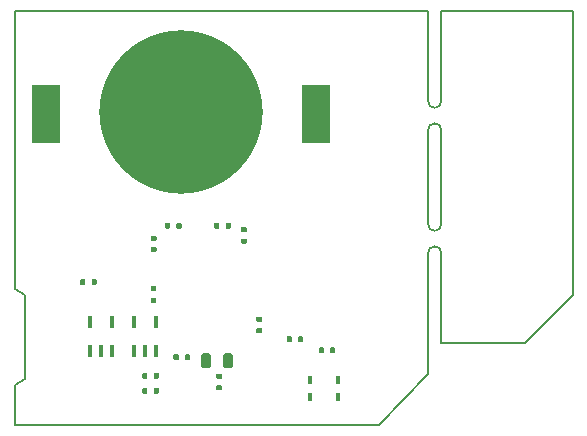
<source format=gbr>
%TF.GenerationSoftware,KiCad,Pcbnew,(6.0.0-rc1-dev-1614-ge850a482d)*%
%TF.CreationDate,2019-02-15T08:23:25-08:00*%
%TF.ProjectId,spriteSAMD,73707269-7465-4534-914d-442e6b696361,rev?*%
%TF.SameCoordinates,Original*%
%TF.FileFunction,Paste,Bot*%
%TF.FilePolarity,Positive*%
%FSLAX46Y46*%
G04 Gerber Fmt 4.6, Leading zero omitted, Abs format (unit mm)*
G04 Created by KiCad (PCBNEW (6.0.0-rc1-dev-1614-ge850a482d)) date 2019-02-15 08:23:25*
%MOMM*%
%LPD*%
G04 APERTURE LIST*
%ADD10C,0.150000*%
%ADD11R,0.347600X0.672600*%
%ADD12C,0.097600*%
%ADD13R,2.387600X4.927600*%
%ADD14C,13.847600*%
%ADD15C,0.100000*%
%ADD16C,0.822600*%
%ADD17C,0.437600*%
%ADD18R,0.406400X1.117600*%
%ADD19R,0.117600X0.597600*%
%ADD20R,0.597600X0.117600*%
G04 APERTURE END LIST*
D10*
X116701044Y-84099400D02*
G75*
G02X117842556Y-84099400I570756J0D01*
G01*
X117842556Y-81635600D02*
G75*
G02X116701044Y-81635600I-570756J0D01*
G01*
X116701044Y-94513400D02*
G75*
G02X117842556Y-94513400I570756J0D01*
G01*
X117842556Y-92049600D02*
G75*
G02X116701044Y-92049600I-570756J0D01*
G01*
X116700300Y-104775000D02*
X112522000Y-109041600D01*
X117843300Y-84099400D02*
X117843300Y-92049600D01*
X117843300Y-74041000D02*
X117843300Y-81610200D01*
X117843300Y-94513400D02*
X117843300Y-102108000D01*
X116700300Y-104775000D02*
X116700300Y-94538800D01*
X116700300Y-92024200D02*
X116700300Y-84124800D01*
X116700300Y-81635600D02*
X116700300Y-74041000D01*
X124891800Y-102108000D02*
X117856000Y-102108000D01*
X128955800Y-98044000D02*
X124891800Y-102108000D01*
X128955800Y-74041600D02*
X128955800Y-98044000D01*
X117843300Y-74041000D02*
X128955800Y-74041000D01*
X82550000Y-98044000D02*
X81725100Y-97536000D01*
X82550000Y-105156000D02*
X81725100Y-105664000D01*
X81725100Y-105664000D02*
X81725100Y-109041600D01*
X82550000Y-98044000D02*
X82550000Y-105156000D01*
X81725100Y-109041600D02*
X112522000Y-109041600D01*
X116700300Y-74041600D02*
X81725100Y-74041600D01*
X81725100Y-74041600D02*
X81725100Y-97536000D01*
D11*
X109049200Y-106681300D03*
X106749200Y-106681300D03*
X106749200Y-105256300D03*
X109049200Y-105256300D03*
D12*
X91850280Y-95461800D03*
X91850280Y-95961800D03*
X91850280Y-96461800D03*
X91850280Y-96961800D03*
X91850280Y-97461800D03*
X91850280Y-97961800D03*
X91850280Y-98461800D03*
X91350280Y-95461800D03*
X91350280Y-95961800D03*
X91350280Y-96461800D03*
X91350280Y-96961800D03*
X91350280Y-97461800D03*
X91350280Y-97961800D03*
X91350280Y-98461800D03*
X90850280Y-95461800D03*
X90850280Y-95961800D03*
X90850280Y-96461800D03*
X90850280Y-96961800D03*
X90850280Y-97461800D03*
X90850280Y-97961800D03*
X90850280Y-98461800D03*
X90350280Y-95461800D03*
X90350280Y-95961800D03*
X90350280Y-96461800D03*
X90350280Y-96961800D03*
X90350280Y-97461800D03*
X90350280Y-97961800D03*
X90350280Y-98461800D03*
D13*
X84328000Y-82727800D03*
X107188000Y-82727800D03*
D14*
X95758000Y-82600800D03*
D15*
G36*
X98122007Y-103009190D02*
G01*
X98141970Y-103012152D01*
X98161547Y-103017055D01*
X98180549Y-103023854D01*
X98198793Y-103032483D01*
X98216103Y-103042858D01*
X98232313Y-103054880D01*
X98247267Y-103068433D01*
X98260820Y-103083387D01*
X98272842Y-103099597D01*
X98283217Y-103116907D01*
X98291846Y-103135151D01*
X98298645Y-103154153D01*
X98303548Y-103173730D01*
X98306510Y-103193693D01*
X98307500Y-103213850D01*
X98307500Y-104050150D01*
X98306510Y-104070307D01*
X98303548Y-104090270D01*
X98298645Y-104109847D01*
X98291846Y-104128849D01*
X98283217Y-104147093D01*
X98272842Y-104164403D01*
X98260820Y-104180613D01*
X98247267Y-104195567D01*
X98232313Y-104209120D01*
X98216103Y-104221142D01*
X98198793Y-104231517D01*
X98180549Y-104240146D01*
X98161547Y-104246945D01*
X98141970Y-104251848D01*
X98122007Y-104254810D01*
X98101850Y-104255800D01*
X97690550Y-104255800D01*
X97670393Y-104254810D01*
X97650430Y-104251848D01*
X97630853Y-104246945D01*
X97611851Y-104240146D01*
X97593607Y-104231517D01*
X97576297Y-104221142D01*
X97560087Y-104209120D01*
X97545133Y-104195567D01*
X97531580Y-104180613D01*
X97519558Y-104164403D01*
X97509183Y-104147093D01*
X97500554Y-104128849D01*
X97493755Y-104109847D01*
X97488852Y-104090270D01*
X97485890Y-104070307D01*
X97484900Y-104050150D01*
X97484900Y-103213850D01*
X97485890Y-103193693D01*
X97488852Y-103173730D01*
X97493755Y-103154153D01*
X97500554Y-103135151D01*
X97509183Y-103116907D01*
X97519558Y-103099597D01*
X97531580Y-103083387D01*
X97545133Y-103068433D01*
X97560087Y-103054880D01*
X97576297Y-103042858D01*
X97593607Y-103032483D01*
X97611851Y-103023854D01*
X97630853Y-103017055D01*
X97650430Y-103012152D01*
X97670393Y-103009190D01*
X97690550Y-103008200D01*
X98101850Y-103008200D01*
X98122007Y-103009190D01*
X98122007Y-103009190D01*
G37*
D16*
X97896200Y-103632000D03*
D15*
G36*
X99997007Y-103009190D02*
G01*
X100016970Y-103012152D01*
X100036547Y-103017055D01*
X100055549Y-103023854D01*
X100073793Y-103032483D01*
X100091103Y-103042858D01*
X100107313Y-103054880D01*
X100122267Y-103068433D01*
X100135820Y-103083387D01*
X100147842Y-103099597D01*
X100158217Y-103116907D01*
X100166846Y-103135151D01*
X100173645Y-103154153D01*
X100178548Y-103173730D01*
X100181510Y-103193693D01*
X100182500Y-103213850D01*
X100182500Y-104050150D01*
X100181510Y-104070307D01*
X100178548Y-104090270D01*
X100173645Y-104109847D01*
X100166846Y-104128849D01*
X100158217Y-104147093D01*
X100147842Y-104164403D01*
X100135820Y-104180613D01*
X100122267Y-104195567D01*
X100107313Y-104209120D01*
X100091103Y-104221142D01*
X100073793Y-104231517D01*
X100055549Y-104240146D01*
X100036547Y-104246945D01*
X100016970Y-104251848D01*
X99997007Y-104254810D01*
X99976850Y-104255800D01*
X99565550Y-104255800D01*
X99545393Y-104254810D01*
X99525430Y-104251848D01*
X99505853Y-104246945D01*
X99486851Y-104240146D01*
X99468607Y-104231517D01*
X99451297Y-104221142D01*
X99435087Y-104209120D01*
X99420133Y-104195567D01*
X99406580Y-104180613D01*
X99394558Y-104164403D01*
X99384183Y-104147093D01*
X99375554Y-104128849D01*
X99368755Y-104109847D01*
X99363852Y-104090270D01*
X99360890Y-104070307D01*
X99359900Y-104050150D01*
X99359900Y-103213850D01*
X99360890Y-103193693D01*
X99363852Y-103173730D01*
X99368755Y-103154153D01*
X99375554Y-103135151D01*
X99384183Y-103116907D01*
X99394558Y-103099597D01*
X99406580Y-103083387D01*
X99420133Y-103068433D01*
X99435087Y-103054880D01*
X99451297Y-103042858D01*
X99468607Y-103032483D01*
X99486851Y-103023854D01*
X99505853Y-103017055D01*
X99525430Y-103012152D01*
X99545393Y-103009190D01*
X99565550Y-103008200D01*
X99976850Y-103008200D01*
X99997007Y-103009190D01*
X99997007Y-103009190D01*
G37*
D16*
X99771200Y-103632000D03*
D15*
G36*
X88555163Y-96718687D02*
G01*
X88565783Y-96720262D01*
X88576197Y-96722871D01*
X88586306Y-96726488D01*
X88596011Y-96731078D01*
X88605219Y-96736597D01*
X88613843Y-96742993D01*
X88621797Y-96750203D01*
X88629007Y-96758157D01*
X88635403Y-96766781D01*
X88640922Y-96775989D01*
X88645512Y-96785694D01*
X88649129Y-96795803D01*
X88651738Y-96806217D01*
X88653313Y-96816837D01*
X88653840Y-96827560D01*
X88653840Y-97096360D01*
X88653313Y-97107083D01*
X88651738Y-97117703D01*
X88649129Y-97128117D01*
X88645512Y-97138226D01*
X88640922Y-97147931D01*
X88635403Y-97157139D01*
X88629007Y-97165763D01*
X88621797Y-97173717D01*
X88613843Y-97180927D01*
X88605219Y-97187323D01*
X88596011Y-97192842D01*
X88586306Y-97197432D01*
X88576197Y-97201049D01*
X88565783Y-97203658D01*
X88555163Y-97205233D01*
X88544440Y-97205760D01*
X88325640Y-97205760D01*
X88314917Y-97205233D01*
X88304297Y-97203658D01*
X88293883Y-97201049D01*
X88283774Y-97197432D01*
X88274069Y-97192842D01*
X88264861Y-97187323D01*
X88256237Y-97180927D01*
X88248283Y-97173717D01*
X88241073Y-97165763D01*
X88234677Y-97157139D01*
X88229158Y-97147931D01*
X88224568Y-97138226D01*
X88220951Y-97128117D01*
X88218342Y-97117703D01*
X88216767Y-97107083D01*
X88216240Y-97096360D01*
X88216240Y-96827560D01*
X88216767Y-96816837D01*
X88218342Y-96806217D01*
X88220951Y-96795803D01*
X88224568Y-96785694D01*
X88229158Y-96775989D01*
X88234677Y-96766781D01*
X88241073Y-96758157D01*
X88248283Y-96750203D01*
X88256237Y-96742993D01*
X88264861Y-96736597D01*
X88274069Y-96731078D01*
X88283774Y-96726488D01*
X88293883Y-96722871D01*
X88304297Y-96720262D01*
X88314917Y-96718687D01*
X88325640Y-96718160D01*
X88544440Y-96718160D01*
X88555163Y-96718687D01*
X88555163Y-96718687D01*
G37*
D17*
X88435040Y-96961960D03*
D15*
G36*
X87585163Y-96718687D02*
G01*
X87595783Y-96720262D01*
X87606197Y-96722871D01*
X87616306Y-96726488D01*
X87626011Y-96731078D01*
X87635219Y-96736597D01*
X87643843Y-96742993D01*
X87651797Y-96750203D01*
X87659007Y-96758157D01*
X87665403Y-96766781D01*
X87670922Y-96775989D01*
X87675512Y-96785694D01*
X87679129Y-96795803D01*
X87681738Y-96806217D01*
X87683313Y-96816837D01*
X87683840Y-96827560D01*
X87683840Y-97096360D01*
X87683313Y-97107083D01*
X87681738Y-97117703D01*
X87679129Y-97128117D01*
X87675512Y-97138226D01*
X87670922Y-97147931D01*
X87665403Y-97157139D01*
X87659007Y-97165763D01*
X87651797Y-97173717D01*
X87643843Y-97180927D01*
X87635219Y-97187323D01*
X87626011Y-97192842D01*
X87616306Y-97197432D01*
X87606197Y-97201049D01*
X87595783Y-97203658D01*
X87585163Y-97205233D01*
X87574440Y-97205760D01*
X87355640Y-97205760D01*
X87344917Y-97205233D01*
X87334297Y-97203658D01*
X87323883Y-97201049D01*
X87313774Y-97197432D01*
X87304069Y-97192842D01*
X87294861Y-97187323D01*
X87286237Y-97180927D01*
X87278283Y-97173717D01*
X87271073Y-97165763D01*
X87264677Y-97157139D01*
X87259158Y-97147931D01*
X87254568Y-97138226D01*
X87250951Y-97128117D01*
X87248342Y-97117703D01*
X87246767Y-97107083D01*
X87246240Y-97096360D01*
X87246240Y-96827560D01*
X87246767Y-96816837D01*
X87248342Y-96806217D01*
X87250951Y-96795803D01*
X87254568Y-96785694D01*
X87259158Y-96775989D01*
X87264677Y-96766781D01*
X87271073Y-96758157D01*
X87278283Y-96750203D01*
X87286237Y-96742993D01*
X87294861Y-96736597D01*
X87304069Y-96731078D01*
X87313774Y-96726488D01*
X87323883Y-96722871D01*
X87334297Y-96720262D01*
X87344917Y-96718687D01*
X87355640Y-96718160D01*
X87574440Y-96718160D01*
X87585163Y-96718687D01*
X87585163Y-96718687D01*
G37*
D17*
X87465040Y-96961960D03*
D15*
G36*
X93823123Y-104658727D02*
G01*
X93833743Y-104660302D01*
X93844157Y-104662911D01*
X93854266Y-104666528D01*
X93863971Y-104671118D01*
X93873179Y-104676637D01*
X93881803Y-104683033D01*
X93889757Y-104690243D01*
X93896967Y-104698197D01*
X93903363Y-104706821D01*
X93908882Y-104716029D01*
X93913472Y-104725734D01*
X93917089Y-104735843D01*
X93919698Y-104746257D01*
X93921273Y-104756877D01*
X93921800Y-104767600D01*
X93921800Y-105036400D01*
X93921273Y-105047123D01*
X93919698Y-105057743D01*
X93917089Y-105068157D01*
X93913472Y-105078266D01*
X93908882Y-105087971D01*
X93903363Y-105097179D01*
X93896967Y-105105803D01*
X93889757Y-105113757D01*
X93881803Y-105120967D01*
X93873179Y-105127363D01*
X93863971Y-105132882D01*
X93854266Y-105137472D01*
X93844157Y-105141089D01*
X93833743Y-105143698D01*
X93823123Y-105145273D01*
X93812400Y-105145800D01*
X93593600Y-105145800D01*
X93582877Y-105145273D01*
X93572257Y-105143698D01*
X93561843Y-105141089D01*
X93551734Y-105137472D01*
X93542029Y-105132882D01*
X93532821Y-105127363D01*
X93524197Y-105120967D01*
X93516243Y-105113757D01*
X93509033Y-105105803D01*
X93502637Y-105097179D01*
X93497118Y-105087971D01*
X93492528Y-105078266D01*
X93488911Y-105068157D01*
X93486302Y-105057743D01*
X93484727Y-105047123D01*
X93484200Y-105036400D01*
X93484200Y-104767600D01*
X93484727Y-104756877D01*
X93486302Y-104746257D01*
X93488911Y-104735843D01*
X93492528Y-104725734D01*
X93497118Y-104716029D01*
X93502637Y-104706821D01*
X93509033Y-104698197D01*
X93516243Y-104690243D01*
X93524197Y-104683033D01*
X93532821Y-104676637D01*
X93542029Y-104671118D01*
X93551734Y-104666528D01*
X93561843Y-104662911D01*
X93572257Y-104660302D01*
X93582877Y-104658727D01*
X93593600Y-104658200D01*
X93812400Y-104658200D01*
X93823123Y-104658727D01*
X93823123Y-104658727D01*
G37*
D17*
X93703000Y-104902000D03*
D15*
G36*
X92853123Y-104658727D02*
G01*
X92863743Y-104660302D01*
X92874157Y-104662911D01*
X92884266Y-104666528D01*
X92893971Y-104671118D01*
X92903179Y-104676637D01*
X92911803Y-104683033D01*
X92919757Y-104690243D01*
X92926967Y-104698197D01*
X92933363Y-104706821D01*
X92938882Y-104716029D01*
X92943472Y-104725734D01*
X92947089Y-104735843D01*
X92949698Y-104746257D01*
X92951273Y-104756877D01*
X92951800Y-104767600D01*
X92951800Y-105036400D01*
X92951273Y-105047123D01*
X92949698Y-105057743D01*
X92947089Y-105068157D01*
X92943472Y-105078266D01*
X92938882Y-105087971D01*
X92933363Y-105097179D01*
X92926967Y-105105803D01*
X92919757Y-105113757D01*
X92911803Y-105120967D01*
X92903179Y-105127363D01*
X92893971Y-105132882D01*
X92884266Y-105137472D01*
X92874157Y-105141089D01*
X92863743Y-105143698D01*
X92853123Y-105145273D01*
X92842400Y-105145800D01*
X92623600Y-105145800D01*
X92612877Y-105145273D01*
X92602257Y-105143698D01*
X92591843Y-105141089D01*
X92581734Y-105137472D01*
X92572029Y-105132882D01*
X92562821Y-105127363D01*
X92554197Y-105120967D01*
X92546243Y-105113757D01*
X92539033Y-105105803D01*
X92532637Y-105097179D01*
X92527118Y-105087971D01*
X92522528Y-105078266D01*
X92518911Y-105068157D01*
X92516302Y-105057743D01*
X92514727Y-105047123D01*
X92514200Y-105036400D01*
X92514200Y-104767600D01*
X92514727Y-104756877D01*
X92516302Y-104746257D01*
X92518911Y-104735843D01*
X92522528Y-104725734D01*
X92527118Y-104716029D01*
X92532637Y-104706821D01*
X92539033Y-104698197D01*
X92546243Y-104690243D01*
X92554197Y-104683033D01*
X92562821Y-104676637D01*
X92572029Y-104671118D01*
X92581734Y-104666528D01*
X92591843Y-104662911D01*
X92602257Y-104660302D01*
X92612877Y-104658727D01*
X92623600Y-104658200D01*
X92842400Y-104658200D01*
X92853123Y-104658727D01*
X92853123Y-104658727D01*
G37*
D17*
X92733000Y-104902000D03*
D15*
G36*
X92853123Y-105928727D02*
G01*
X92863743Y-105930302D01*
X92874157Y-105932911D01*
X92884266Y-105936528D01*
X92893971Y-105941118D01*
X92903179Y-105946637D01*
X92911803Y-105953033D01*
X92919757Y-105960243D01*
X92926967Y-105968197D01*
X92933363Y-105976821D01*
X92938882Y-105986029D01*
X92943472Y-105995734D01*
X92947089Y-106005843D01*
X92949698Y-106016257D01*
X92951273Y-106026877D01*
X92951800Y-106037600D01*
X92951800Y-106306400D01*
X92951273Y-106317123D01*
X92949698Y-106327743D01*
X92947089Y-106338157D01*
X92943472Y-106348266D01*
X92938882Y-106357971D01*
X92933363Y-106367179D01*
X92926967Y-106375803D01*
X92919757Y-106383757D01*
X92911803Y-106390967D01*
X92903179Y-106397363D01*
X92893971Y-106402882D01*
X92884266Y-106407472D01*
X92874157Y-106411089D01*
X92863743Y-106413698D01*
X92853123Y-106415273D01*
X92842400Y-106415800D01*
X92623600Y-106415800D01*
X92612877Y-106415273D01*
X92602257Y-106413698D01*
X92591843Y-106411089D01*
X92581734Y-106407472D01*
X92572029Y-106402882D01*
X92562821Y-106397363D01*
X92554197Y-106390967D01*
X92546243Y-106383757D01*
X92539033Y-106375803D01*
X92532637Y-106367179D01*
X92527118Y-106357971D01*
X92522528Y-106348266D01*
X92518911Y-106338157D01*
X92516302Y-106327743D01*
X92514727Y-106317123D01*
X92514200Y-106306400D01*
X92514200Y-106037600D01*
X92514727Y-106026877D01*
X92516302Y-106016257D01*
X92518911Y-106005843D01*
X92522528Y-105995734D01*
X92527118Y-105986029D01*
X92532637Y-105976821D01*
X92539033Y-105968197D01*
X92546243Y-105960243D01*
X92554197Y-105953033D01*
X92562821Y-105946637D01*
X92572029Y-105941118D01*
X92581734Y-105936528D01*
X92591843Y-105932911D01*
X92602257Y-105930302D01*
X92612877Y-105928727D01*
X92623600Y-105928200D01*
X92842400Y-105928200D01*
X92853123Y-105928727D01*
X92853123Y-105928727D01*
G37*
D17*
X92733000Y-106172000D03*
D15*
G36*
X93823123Y-105928727D02*
G01*
X93833743Y-105930302D01*
X93844157Y-105932911D01*
X93854266Y-105936528D01*
X93863971Y-105941118D01*
X93873179Y-105946637D01*
X93881803Y-105953033D01*
X93889757Y-105960243D01*
X93896967Y-105968197D01*
X93903363Y-105976821D01*
X93908882Y-105986029D01*
X93913472Y-105995734D01*
X93917089Y-106005843D01*
X93919698Y-106016257D01*
X93921273Y-106026877D01*
X93921800Y-106037600D01*
X93921800Y-106306400D01*
X93921273Y-106317123D01*
X93919698Y-106327743D01*
X93917089Y-106338157D01*
X93913472Y-106348266D01*
X93908882Y-106357971D01*
X93903363Y-106367179D01*
X93896967Y-106375803D01*
X93889757Y-106383757D01*
X93881803Y-106390967D01*
X93873179Y-106397363D01*
X93863971Y-106402882D01*
X93854266Y-106407472D01*
X93844157Y-106411089D01*
X93833743Y-106413698D01*
X93823123Y-106415273D01*
X93812400Y-106415800D01*
X93593600Y-106415800D01*
X93582877Y-106415273D01*
X93572257Y-106413698D01*
X93561843Y-106411089D01*
X93551734Y-106407472D01*
X93542029Y-106402882D01*
X93532821Y-106397363D01*
X93524197Y-106390967D01*
X93516243Y-106383757D01*
X93509033Y-106375803D01*
X93502637Y-106367179D01*
X93497118Y-106357971D01*
X93492528Y-106348266D01*
X93488911Y-106338157D01*
X93486302Y-106327743D01*
X93484727Y-106317123D01*
X93484200Y-106306400D01*
X93484200Y-106037600D01*
X93484727Y-106026877D01*
X93486302Y-106016257D01*
X93488911Y-106005843D01*
X93492528Y-105995734D01*
X93497118Y-105986029D01*
X93502637Y-105976821D01*
X93509033Y-105968197D01*
X93516243Y-105960243D01*
X93524197Y-105953033D01*
X93532821Y-105946637D01*
X93542029Y-105941118D01*
X93551734Y-105936528D01*
X93561843Y-105932911D01*
X93572257Y-105930302D01*
X93582877Y-105928727D01*
X93593600Y-105928200D01*
X93812400Y-105928200D01*
X93823123Y-105928727D01*
X93823123Y-105928727D01*
G37*
D17*
X93703000Y-106172000D03*
D18*
X93687900Y-102819200D03*
X92735400Y-102819200D03*
X91782900Y-102819200D03*
X91782900Y-100380800D03*
X93687900Y-100380800D03*
X89961720Y-102819200D03*
X89009220Y-102819200D03*
X88056720Y-102819200D03*
X88056720Y-100380800D03*
X89961720Y-100380800D03*
D15*
G36*
X93599343Y-98280247D02*
G01*
X93609963Y-98281822D01*
X93620377Y-98284431D01*
X93630486Y-98288048D01*
X93640191Y-98292638D01*
X93649399Y-98298157D01*
X93658023Y-98304553D01*
X93665977Y-98311763D01*
X93673187Y-98319717D01*
X93679583Y-98328341D01*
X93685102Y-98337549D01*
X93689692Y-98347254D01*
X93693309Y-98357363D01*
X93695918Y-98367777D01*
X93697493Y-98378397D01*
X93698020Y-98389120D01*
X93698020Y-98607920D01*
X93697493Y-98618643D01*
X93695918Y-98629263D01*
X93693309Y-98639677D01*
X93689692Y-98649786D01*
X93685102Y-98659491D01*
X93679583Y-98668699D01*
X93673187Y-98677323D01*
X93665977Y-98685277D01*
X93658023Y-98692487D01*
X93649399Y-98698883D01*
X93640191Y-98704402D01*
X93630486Y-98708992D01*
X93620377Y-98712609D01*
X93609963Y-98715218D01*
X93599343Y-98716793D01*
X93588620Y-98717320D01*
X93319820Y-98717320D01*
X93309097Y-98716793D01*
X93298477Y-98715218D01*
X93288063Y-98712609D01*
X93277954Y-98708992D01*
X93268249Y-98704402D01*
X93259041Y-98698883D01*
X93250417Y-98692487D01*
X93242463Y-98685277D01*
X93235253Y-98677323D01*
X93228857Y-98668699D01*
X93223338Y-98659491D01*
X93218748Y-98649786D01*
X93215131Y-98639677D01*
X93212522Y-98629263D01*
X93210947Y-98618643D01*
X93210420Y-98607920D01*
X93210420Y-98389120D01*
X93210947Y-98378397D01*
X93212522Y-98367777D01*
X93215131Y-98357363D01*
X93218748Y-98347254D01*
X93223338Y-98337549D01*
X93228857Y-98328341D01*
X93235253Y-98319717D01*
X93242463Y-98311763D01*
X93250417Y-98304553D01*
X93259041Y-98298157D01*
X93268249Y-98292638D01*
X93277954Y-98288048D01*
X93288063Y-98284431D01*
X93298477Y-98281822D01*
X93309097Y-98280247D01*
X93319820Y-98279720D01*
X93588620Y-98279720D01*
X93599343Y-98280247D01*
X93599343Y-98280247D01*
G37*
D17*
X93454220Y-98498520D03*
D15*
G36*
X93599343Y-97310247D02*
G01*
X93609963Y-97311822D01*
X93620377Y-97314431D01*
X93630486Y-97318048D01*
X93640191Y-97322638D01*
X93649399Y-97328157D01*
X93658023Y-97334553D01*
X93665977Y-97341763D01*
X93673187Y-97349717D01*
X93679583Y-97358341D01*
X93685102Y-97367549D01*
X93689692Y-97377254D01*
X93693309Y-97387363D01*
X93695918Y-97397777D01*
X93697493Y-97408397D01*
X93698020Y-97419120D01*
X93698020Y-97637920D01*
X93697493Y-97648643D01*
X93695918Y-97659263D01*
X93693309Y-97669677D01*
X93689692Y-97679786D01*
X93685102Y-97689491D01*
X93679583Y-97698699D01*
X93673187Y-97707323D01*
X93665977Y-97715277D01*
X93658023Y-97722487D01*
X93649399Y-97728883D01*
X93640191Y-97734402D01*
X93630486Y-97738992D01*
X93620377Y-97742609D01*
X93609963Y-97745218D01*
X93599343Y-97746793D01*
X93588620Y-97747320D01*
X93319820Y-97747320D01*
X93309097Y-97746793D01*
X93298477Y-97745218D01*
X93288063Y-97742609D01*
X93277954Y-97738992D01*
X93268249Y-97734402D01*
X93259041Y-97728883D01*
X93250417Y-97722487D01*
X93242463Y-97715277D01*
X93235253Y-97707323D01*
X93228857Y-97698699D01*
X93223338Y-97689491D01*
X93218748Y-97679786D01*
X93215131Y-97669677D01*
X93212522Y-97659263D01*
X93210947Y-97648643D01*
X93210420Y-97637920D01*
X93210420Y-97419120D01*
X93210947Y-97408397D01*
X93212522Y-97397777D01*
X93215131Y-97387363D01*
X93218748Y-97377254D01*
X93223338Y-97367549D01*
X93228857Y-97358341D01*
X93235253Y-97349717D01*
X93242463Y-97341763D01*
X93250417Y-97334553D01*
X93259041Y-97328157D01*
X93268249Y-97322638D01*
X93277954Y-97318048D01*
X93288063Y-97314431D01*
X93298477Y-97311822D01*
X93309097Y-97310247D01*
X93319820Y-97309720D01*
X93588620Y-97309720D01*
X93599343Y-97310247D01*
X93599343Y-97310247D01*
G37*
D17*
X93454220Y-97528520D03*
D15*
G36*
X99154323Y-104719427D02*
G01*
X99164943Y-104721002D01*
X99175357Y-104723611D01*
X99185466Y-104727228D01*
X99195171Y-104731818D01*
X99204379Y-104737337D01*
X99213003Y-104743733D01*
X99220957Y-104750943D01*
X99228167Y-104758897D01*
X99234563Y-104767521D01*
X99240082Y-104776729D01*
X99244672Y-104786434D01*
X99248289Y-104796543D01*
X99250898Y-104806957D01*
X99252473Y-104817577D01*
X99253000Y-104828300D01*
X99253000Y-105047100D01*
X99252473Y-105057823D01*
X99250898Y-105068443D01*
X99248289Y-105078857D01*
X99244672Y-105088966D01*
X99240082Y-105098671D01*
X99234563Y-105107879D01*
X99228167Y-105116503D01*
X99220957Y-105124457D01*
X99213003Y-105131667D01*
X99204379Y-105138063D01*
X99195171Y-105143582D01*
X99185466Y-105148172D01*
X99175357Y-105151789D01*
X99164943Y-105154398D01*
X99154323Y-105155973D01*
X99143600Y-105156500D01*
X98874800Y-105156500D01*
X98864077Y-105155973D01*
X98853457Y-105154398D01*
X98843043Y-105151789D01*
X98832934Y-105148172D01*
X98823229Y-105143582D01*
X98814021Y-105138063D01*
X98805397Y-105131667D01*
X98797443Y-105124457D01*
X98790233Y-105116503D01*
X98783837Y-105107879D01*
X98778318Y-105098671D01*
X98773728Y-105088966D01*
X98770111Y-105078857D01*
X98767502Y-105068443D01*
X98765927Y-105057823D01*
X98765400Y-105047100D01*
X98765400Y-104828300D01*
X98765927Y-104817577D01*
X98767502Y-104806957D01*
X98770111Y-104796543D01*
X98773728Y-104786434D01*
X98778318Y-104776729D01*
X98783837Y-104767521D01*
X98790233Y-104758897D01*
X98797443Y-104750943D01*
X98805397Y-104743733D01*
X98814021Y-104737337D01*
X98823229Y-104731818D01*
X98832934Y-104727228D01*
X98843043Y-104723611D01*
X98853457Y-104721002D01*
X98864077Y-104719427D01*
X98874800Y-104718900D01*
X99143600Y-104718900D01*
X99154323Y-104719427D01*
X99154323Y-104719427D01*
G37*
D17*
X99009200Y-104937700D03*
D15*
G36*
X99154323Y-105689427D02*
G01*
X99164943Y-105691002D01*
X99175357Y-105693611D01*
X99185466Y-105697228D01*
X99195171Y-105701818D01*
X99204379Y-105707337D01*
X99213003Y-105713733D01*
X99220957Y-105720943D01*
X99228167Y-105728897D01*
X99234563Y-105737521D01*
X99240082Y-105746729D01*
X99244672Y-105756434D01*
X99248289Y-105766543D01*
X99250898Y-105776957D01*
X99252473Y-105787577D01*
X99253000Y-105798300D01*
X99253000Y-106017100D01*
X99252473Y-106027823D01*
X99250898Y-106038443D01*
X99248289Y-106048857D01*
X99244672Y-106058966D01*
X99240082Y-106068671D01*
X99234563Y-106077879D01*
X99228167Y-106086503D01*
X99220957Y-106094457D01*
X99213003Y-106101667D01*
X99204379Y-106108063D01*
X99195171Y-106113582D01*
X99185466Y-106118172D01*
X99175357Y-106121789D01*
X99164943Y-106124398D01*
X99154323Y-106125973D01*
X99143600Y-106126500D01*
X98874800Y-106126500D01*
X98864077Y-106125973D01*
X98853457Y-106124398D01*
X98843043Y-106121789D01*
X98832934Y-106118172D01*
X98823229Y-106113582D01*
X98814021Y-106108063D01*
X98805397Y-106101667D01*
X98797443Y-106094457D01*
X98790233Y-106086503D01*
X98783837Y-106077879D01*
X98778318Y-106068671D01*
X98773728Y-106058966D01*
X98770111Y-106048857D01*
X98767502Y-106038443D01*
X98765927Y-106027823D01*
X98765400Y-106017100D01*
X98765400Y-105798300D01*
X98765927Y-105787577D01*
X98767502Y-105776957D01*
X98770111Y-105766543D01*
X98773728Y-105756434D01*
X98778318Y-105746729D01*
X98783837Y-105737521D01*
X98790233Y-105728897D01*
X98797443Y-105720943D01*
X98805397Y-105713733D01*
X98814021Y-105707337D01*
X98823229Y-105701818D01*
X98832934Y-105697228D01*
X98843043Y-105693611D01*
X98853457Y-105691002D01*
X98864077Y-105689427D01*
X98874800Y-105688900D01*
X99143600Y-105688900D01*
X99154323Y-105689427D01*
X99154323Y-105689427D01*
G37*
D17*
X99009200Y-105907700D03*
D15*
G36*
X96459643Y-103091547D02*
G01*
X96470263Y-103093122D01*
X96480677Y-103095731D01*
X96490786Y-103099348D01*
X96500491Y-103103938D01*
X96509699Y-103109457D01*
X96518323Y-103115853D01*
X96526277Y-103123063D01*
X96533487Y-103131017D01*
X96539883Y-103139641D01*
X96545402Y-103148849D01*
X96549992Y-103158554D01*
X96553609Y-103168663D01*
X96556218Y-103179077D01*
X96557793Y-103189697D01*
X96558320Y-103200420D01*
X96558320Y-103469220D01*
X96557793Y-103479943D01*
X96556218Y-103490563D01*
X96553609Y-103500977D01*
X96549992Y-103511086D01*
X96545402Y-103520791D01*
X96539883Y-103529999D01*
X96533487Y-103538623D01*
X96526277Y-103546577D01*
X96518323Y-103553787D01*
X96509699Y-103560183D01*
X96500491Y-103565702D01*
X96490786Y-103570292D01*
X96480677Y-103573909D01*
X96470263Y-103576518D01*
X96459643Y-103578093D01*
X96448920Y-103578620D01*
X96230120Y-103578620D01*
X96219397Y-103578093D01*
X96208777Y-103576518D01*
X96198363Y-103573909D01*
X96188254Y-103570292D01*
X96178549Y-103565702D01*
X96169341Y-103560183D01*
X96160717Y-103553787D01*
X96152763Y-103546577D01*
X96145553Y-103538623D01*
X96139157Y-103529999D01*
X96133638Y-103520791D01*
X96129048Y-103511086D01*
X96125431Y-103500977D01*
X96122822Y-103490563D01*
X96121247Y-103479943D01*
X96120720Y-103469220D01*
X96120720Y-103200420D01*
X96121247Y-103189697D01*
X96122822Y-103179077D01*
X96125431Y-103168663D01*
X96129048Y-103158554D01*
X96133638Y-103148849D01*
X96139157Y-103139641D01*
X96145553Y-103131017D01*
X96152763Y-103123063D01*
X96160717Y-103115853D01*
X96169341Y-103109457D01*
X96178549Y-103103938D01*
X96188254Y-103099348D01*
X96198363Y-103095731D01*
X96208777Y-103093122D01*
X96219397Y-103091547D01*
X96230120Y-103091020D01*
X96448920Y-103091020D01*
X96459643Y-103091547D01*
X96459643Y-103091547D01*
G37*
D17*
X96339520Y-103334820D03*
D15*
G36*
X95489643Y-103091547D02*
G01*
X95500263Y-103093122D01*
X95510677Y-103095731D01*
X95520786Y-103099348D01*
X95530491Y-103103938D01*
X95539699Y-103109457D01*
X95548323Y-103115853D01*
X95556277Y-103123063D01*
X95563487Y-103131017D01*
X95569883Y-103139641D01*
X95575402Y-103148849D01*
X95579992Y-103158554D01*
X95583609Y-103168663D01*
X95586218Y-103179077D01*
X95587793Y-103189697D01*
X95588320Y-103200420D01*
X95588320Y-103469220D01*
X95587793Y-103479943D01*
X95586218Y-103490563D01*
X95583609Y-103500977D01*
X95579992Y-103511086D01*
X95575402Y-103520791D01*
X95569883Y-103529999D01*
X95563487Y-103538623D01*
X95556277Y-103546577D01*
X95548323Y-103553787D01*
X95539699Y-103560183D01*
X95530491Y-103565702D01*
X95520786Y-103570292D01*
X95510677Y-103573909D01*
X95500263Y-103576518D01*
X95489643Y-103578093D01*
X95478920Y-103578620D01*
X95260120Y-103578620D01*
X95249397Y-103578093D01*
X95238777Y-103576518D01*
X95228363Y-103573909D01*
X95218254Y-103570292D01*
X95208549Y-103565702D01*
X95199341Y-103560183D01*
X95190717Y-103553787D01*
X95182763Y-103546577D01*
X95175553Y-103538623D01*
X95169157Y-103529999D01*
X95163638Y-103520791D01*
X95159048Y-103511086D01*
X95155431Y-103500977D01*
X95152822Y-103490563D01*
X95151247Y-103479943D01*
X95150720Y-103469220D01*
X95150720Y-103200420D01*
X95151247Y-103189697D01*
X95152822Y-103179077D01*
X95155431Y-103168663D01*
X95159048Y-103158554D01*
X95163638Y-103148849D01*
X95169157Y-103139641D01*
X95175553Y-103131017D01*
X95182763Y-103123063D01*
X95190717Y-103115853D01*
X95199341Y-103109457D01*
X95208549Y-103103938D01*
X95218254Y-103099348D01*
X95228363Y-103095731D01*
X95238777Y-103093122D01*
X95249397Y-103091547D01*
X95260120Y-103091020D01*
X95478920Y-103091020D01*
X95489643Y-103091547D01*
X95489643Y-103091547D01*
G37*
D17*
X95369520Y-103334820D03*
D15*
G36*
X102557923Y-99880727D02*
G01*
X102568543Y-99882302D01*
X102578957Y-99884911D01*
X102589066Y-99888528D01*
X102598771Y-99893118D01*
X102607979Y-99898637D01*
X102616603Y-99905033D01*
X102624557Y-99912243D01*
X102631767Y-99920197D01*
X102638163Y-99928821D01*
X102643682Y-99938029D01*
X102648272Y-99947734D01*
X102651889Y-99957843D01*
X102654498Y-99968257D01*
X102656073Y-99978877D01*
X102656600Y-99989600D01*
X102656600Y-100208400D01*
X102656073Y-100219123D01*
X102654498Y-100229743D01*
X102651889Y-100240157D01*
X102648272Y-100250266D01*
X102643682Y-100259971D01*
X102638163Y-100269179D01*
X102631767Y-100277803D01*
X102624557Y-100285757D01*
X102616603Y-100292967D01*
X102607979Y-100299363D01*
X102598771Y-100304882D01*
X102589066Y-100309472D01*
X102578957Y-100313089D01*
X102568543Y-100315698D01*
X102557923Y-100317273D01*
X102547200Y-100317800D01*
X102278400Y-100317800D01*
X102267677Y-100317273D01*
X102257057Y-100315698D01*
X102246643Y-100313089D01*
X102236534Y-100309472D01*
X102226829Y-100304882D01*
X102217621Y-100299363D01*
X102208997Y-100292967D01*
X102201043Y-100285757D01*
X102193833Y-100277803D01*
X102187437Y-100269179D01*
X102181918Y-100259971D01*
X102177328Y-100250266D01*
X102173711Y-100240157D01*
X102171102Y-100229743D01*
X102169527Y-100219123D01*
X102169000Y-100208400D01*
X102169000Y-99989600D01*
X102169527Y-99978877D01*
X102171102Y-99968257D01*
X102173711Y-99957843D01*
X102177328Y-99947734D01*
X102181918Y-99938029D01*
X102187437Y-99928821D01*
X102193833Y-99920197D01*
X102201043Y-99912243D01*
X102208997Y-99905033D01*
X102217621Y-99898637D01*
X102226829Y-99893118D01*
X102236534Y-99888528D01*
X102246643Y-99884911D01*
X102257057Y-99882302D01*
X102267677Y-99880727D01*
X102278400Y-99880200D01*
X102547200Y-99880200D01*
X102557923Y-99880727D01*
X102557923Y-99880727D01*
G37*
D17*
X102412800Y-100099000D03*
D15*
G36*
X102557923Y-100850727D02*
G01*
X102568543Y-100852302D01*
X102578957Y-100854911D01*
X102589066Y-100858528D01*
X102598771Y-100863118D01*
X102607979Y-100868637D01*
X102616603Y-100875033D01*
X102624557Y-100882243D01*
X102631767Y-100890197D01*
X102638163Y-100898821D01*
X102643682Y-100908029D01*
X102648272Y-100917734D01*
X102651889Y-100927843D01*
X102654498Y-100938257D01*
X102656073Y-100948877D01*
X102656600Y-100959600D01*
X102656600Y-101178400D01*
X102656073Y-101189123D01*
X102654498Y-101199743D01*
X102651889Y-101210157D01*
X102648272Y-101220266D01*
X102643682Y-101229971D01*
X102638163Y-101239179D01*
X102631767Y-101247803D01*
X102624557Y-101255757D01*
X102616603Y-101262967D01*
X102607979Y-101269363D01*
X102598771Y-101274882D01*
X102589066Y-101279472D01*
X102578957Y-101283089D01*
X102568543Y-101285698D01*
X102557923Y-101287273D01*
X102547200Y-101287800D01*
X102278400Y-101287800D01*
X102267677Y-101287273D01*
X102257057Y-101285698D01*
X102246643Y-101283089D01*
X102236534Y-101279472D01*
X102226829Y-101274882D01*
X102217621Y-101269363D01*
X102208997Y-101262967D01*
X102201043Y-101255757D01*
X102193833Y-101247803D01*
X102187437Y-101239179D01*
X102181918Y-101229971D01*
X102177328Y-101220266D01*
X102173711Y-101210157D01*
X102171102Y-101199743D01*
X102169527Y-101189123D01*
X102169000Y-101178400D01*
X102169000Y-100959600D01*
X102169527Y-100948877D01*
X102171102Y-100938257D01*
X102173711Y-100927843D01*
X102177328Y-100917734D01*
X102181918Y-100908029D01*
X102187437Y-100898821D01*
X102193833Y-100890197D01*
X102201043Y-100882243D01*
X102208997Y-100875033D01*
X102217621Y-100868637D01*
X102226829Y-100863118D01*
X102236534Y-100858528D01*
X102246643Y-100854911D01*
X102257057Y-100852302D01*
X102267677Y-100850727D01*
X102278400Y-100850200D01*
X102547200Y-100850200D01*
X102557923Y-100850727D01*
X102557923Y-100850727D01*
G37*
D17*
X102412800Y-101069000D03*
D15*
G36*
X106035123Y-101556727D02*
G01*
X106045743Y-101558302D01*
X106056157Y-101560911D01*
X106066266Y-101564528D01*
X106075971Y-101569118D01*
X106085179Y-101574637D01*
X106093803Y-101581033D01*
X106101757Y-101588243D01*
X106108967Y-101596197D01*
X106115363Y-101604821D01*
X106120882Y-101614029D01*
X106125472Y-101623734D01*
X106129089Y-101633843D01*
X106131698Y-101644257D01*
X106133273Y-101654877D01*
X106133800Y-101665600D01*
X106133800Y-101934400D01*
X106133273Y-101945123D01*
X106131698Y-101955743D01*
X106129089Y-101966157D01*
X106125472Y-101976266D01*
X106120882Y-101985971D01*
X106115363Y-101995179D01*
X106108967Y-102003803D01*
X106101757Y-102011757D01*
X106093803Y-102018967D01*
X106085179Y-102025363D01*
X106075971Y-102030882D01*
X106066266Y-102035472D01*
X106056157Y-102039089D01*
X106045743Y-102041698D01*
X106035123Y-102043273D01*
X106024400Y-102043800D01*
X105805600Y-102043800D01*
X105794877Y-102043273D01*
X105784257Y-102041698D01*
X105773843Y-102039089D01*
X105763734Y-102035472D01*
X105754029Y-102030882D01*
X105744821Y-102025363D01*
X105736197Y-102018967D01*
X105728243Y-102011757D01*
X105721033Y-102003803D01*
X105714637Y-101995179D01*
X105709118Y-101985971D01*
X105704528Y-101976266D01*
X105700911Y-101966157D01*
X105698302Y-101955743D01*
X105696727Y-101945123D01*
X105696200Y-101934400D01*
X105696200Y-101665600D01*
X105696727Y-101654877D01*
X105698302Y-101644257D01*
X105700911Y-101633843D01*
X105704528Y-101623734D01*
X105709118Y-101614029D01*
X105714637Y-101604821D01*
X105721033Y-101596197D01*
X105728243Y-101588243D01*
X105736197Y-101581033D01*
X105744821Y-101574637D01*
X105754029Y-101569118D01*
X105763734Y-101564528D01*
X105773843Y-101560911D01*
X105784257Y-101558302D01*
X105794877Y-101556727D01*
X105805600Y-101556200D01*
X106024400Y-101556200D01*
X106035123Y-101556727D01*
X106035123Y-101556727D01*
G37*
D17*
X105915000Y-101800000D03*
D15*
G36*
X105065123Y-101556727D02*
G01*
X105075743Y-101558302D01*
X105086157Y-101560911D01*
X105096266Y-101564528D01*
X105105971Y-101569118D01*
X105115179Y-101574637D01*
X105123803Y-101581033D01*
X105131757Y-101588243D01*
X105138967Y-101596197D01*
X105145363Y-101604821D01*
X105150882Y-101614029D01*
X105155472Y-101623734D01*
X105159089Y-101633843D01*
X105161698Y-101644257D01*
X105163273Y-101654877D01*
X105163800Y-101665600D01*
X105163800Y-101934400D01*
X105163273Y-101945123D01*
X105161698Y-101955743D01*
X105159089Y-101966157D01*
X105155472Y-101976266D01*
X105150882Y-101985971D01*
X105145363Y-101995179D01*
X105138967Y-102003803D01*
X105131757Y-102011757D01*
X105123803Y-102018967D01*
X105115179Y-102025363D01*
X105105971Y-102030882D01*
X105096266Y-102035472D01*
X105086157Y-102039089D01*
X105075743Y-102041698D01*
X105065123Y-102043273D01*
X105054400Y-102043800D01*
X104835600Y-102043800D01*
X104824877Y-102043273D01*
X104814257Y-102041698D01*
X104803843Y-102039089D01*
X104793734Y-102035472D01*
X104784029Y-102030882D01*
X104774821Y-102025363D01*
X104766197Y-102018967D01*
X104758243Y-102011757D01*
X104751033Y-102003803D01*
X104744637Y-101995179D01*
X104739118Y-101985971D01*
X104734528Y-101976266D01*
X104730911Y-101966157D01*
X104728302Y-101955743D01*
X104726727Y-101945123D01*
X104726200Y-101934400D01*
X104726200Y-101665600D01*
X104726727Y-101654877D01*
X104728302Y-101644257D01*
X104730911Y-101633843D01*
X104734528Y-101623734D01*
X104739118Y-101614029D01*
X104744637Y-101604821D01*
X104751033Y-101596197D01*
X104758243Y-101588243D01*
X104766197Y-101581033D01*
X104774821Y-101574637D01*
X104784029Y-101569118D01*
X104793734Y-101564528D01*
X104803843Y-101560911D01*
X104814257Y-101558302D01*
X104824877Y-101556727D01*
X104835600Y-101556200D01*
X105054400Y-101556200D01*
X105065123Y-101556727D01*
X105065123Y-101556727D01*
G37*
D17*
X104945000Y-101800000D03*
D15*
G36*
X107781763Y-102502727D02*
G01*
X107792383Y-102504302D01*
X107802797Y-102506911D01*
X107812906Y-102510528D01*
X107822611Y-102515118D01*
X107831819Y-102520637D01*
X107840443Y-102527033D01*
X107848397Y-102534243D01*
X107855607Y-102542197D01*
X107862003Y-102550821D01*
X107867522Y-102560029D01*
X107872112Y-102569734D01*
X107875729Y-102579843D01*
X107878338Y-102590257D01*
X107879913Y-102600877D01*
X107880440Y-102611600D01*
X107880440Y-102880400D01*
X107879913Y-102891123D01*
X107878338Y-102901743D01*
X107875729Y-102912157D01*
X107872112Y-102922266D01*
X107867522Y-102931971D01*
X107862003Y-102941179D01*
X107855607Y-102949803D01*
X107848397Y-102957757D01*
X107840443Y-102964967D01*
X107831819Y-102971363D01*
X107822611Y-102976882D01*
X107812906Y-102981472D01*
X107802797Y-102985089D01*
X107792383Y-102987698D01*
X107781763Y-102989273D01*
X107771040Y-102989800D01*
X107552240Y-102989800D01*
X107541517Y-102989273D01*
X107530897Y-102987698D01*
X107520483Y-102985089D01*
X107510374Y-102981472D01*
X107500669Y-102976882D01*
X107491461Y-102971363D01*
X107482837Y-102964967D01*
X107474883Y-102957757D01*
X107467673Y-102949803D01*
X107461277Y-102941179D01*
X107455758Y-102931971D01*
X107451168Y-102922266D01*
X107447551Y-102912157D01*
X107444942Y-102901743D01*
X107443367Y-102891123D01*
X107442840Y-102880400D01*
X107442840Y-102611600D01*
X107443367Y-102600877D01*
X107444942Y-102590257D01*
X107447551Y-102579843D01*
X107451168Y-102569734D01*
X107455758Y-102560029D01*
X107461277Y-102550821D01*
X107467673Y-102542197D01*
X107474883Y-102534243D01*
X107482837Y-102527033D01*
X107491461Y-102520637D01*
X107500669Y-102515118D01*
X107510374Y-102510528D01*
X107520483Y-102506911D01*
X107530897Y-102504302D01*
X107541517Y-102502727D01*
X107552240Y-102502200D01*
X107771040Y-102502200D01*
X107781763Y-102502727D01*
X107781763Y-102502727D01*
G37*
D17*
X107661640Y-102746000D03*
D15*
G36*
X108751763Y-102502727D02*
G01*
X108762383Y-102504302D01*
X108772797Y-102506911D01*
X108782906Y-102510528D01*
X108792611Y-102515118D01*
X108801819Y-102520637D01*
X108810443Y-102527033D01*
X108818397Y-102534243D01*
X108825607Y-102542197D01*
X108832003Y-102550821D01*
X108837522Y-102560029D01*
X108842112Y-102569734D01*
X108845729Y-102579843D01*
X108848338Y-102590257D01*
X108849913Y-102600877D01*
X108850440Y-102611600D01*
X108850440Y-102880400D01*
X108849913Y-102891123D01*
X108848338Y-102901743D01*
X108845729Y-102912157D01*
X108842112Y-102922266D01*
X108837522Y-102931971D01*
X108832003Y-102941179D01*
X108825607Y-102949803D01*
X108818397Y-102957757D01*
X108810443Y-102964967D01*
X108801819Y-102971363D01*
X108792611Y-102976882D01*
X108782906Y-102981472D01*
X108772797Y-102985089D01*
X108762383Y-102987698D01*
X108751763Y-102989273D01*
X108741040Y-102989800D01*
X108522240Y-102989800D01*
X108511517Y-102989273D01*
X108500897Y-102987698D01*
X108490483Y-102985089D01*
X108480374Y-102981472D01*
X108470669Y-102976882D01*
X108461461Y-102971363D01*
X108452837Y-102964967D01*
X108444883Y-102957757D01*
X108437673Y-102949803D01*
X108431277Y-102941179D01*
X108425758Y-102931971D01*
X108421168Y-102922266D01*
X108417551Y-102912157D01*
X108414942Y-102901743D01*
X108413367Y-102891123D01*
X108412840Y-102880400D01*
X108412840Y-102611600D01*
X108413367Y-102600877D01*
X108414942Y-102590257D01*
X108417551Y-102579843D01*
X108421168Y-102569734D01*
X108425758Y-102560029D01*
X108431277Y-102550821D01*
X108437673Y-102542197D01*
X108444883Y-102534243D01*
X108452837Y-102527033D01*
X108461461Y-102520637D01*
X108470669Y-102515118D01*
X108480374Y-102510528D01*
X108490483Y-102506911D01*
X108500897Y-102504302D01*
X108511517Y-102502727D01*
X108522240Y-102502200D01*
X108741040Y-102502200D01*
X108751763Y-102502727D01*
X108751763Y-102502727D01*
G37*
D17*
X108631640Y-102746000D03*
D15*
G36*
X98931343Y-91956187D02*
G01*
X98941963Y-91957762D01*
X98952377Y-91960371D01*
X98962486Y-91963988D01*
X98972191Y-91968578D01*
X98981399Y-91974097D01*
X98990023Y-91980493D01*
X98997977Y-91987703D01*
X99005187Y-91995657D01*
X99011583Y-92004281D01*
X99017102Y-92013489D01*
X99021692Y-92023194D01*
X99025309Y-92033303D01*
X99027918Y-92043717D01*
X99029493Y-92054337D01*
X99030020Y-92065060D01*
X99030020Y-92333860D01*
X99029493Y-92344583D01*
X99027918Y-92355203D01*
X99025309Y-92365617D01*
X99021692Y-92375726D01*
X99017102Y-92385431D01*
X99011583Y-92394639D01*
X99005187Y-92403263D01*
X98997977Y-92411217D01*
X98990023Y-92418427D01*
X98981399Y-92424823D01*
X98972191Y-92430342D01*
X98962486Y-92434932D01*
X98952377Y-92438549D01*
X98941963Y-92441158D01*
X98931343Y-92442733D01*
X98920620Y-92443260D01*
X98701820Y-92443260D01*
X98691097Y-92442733D01*
X98680477Y-92441158D01*
X98670063Y-92438549D01*
X98659954Y-92434932D01*
X98650249Y-92430342D01*
X98641041Y-92424823D01*
X98632417Y-92418427D01*
X98624463Y-92411217D01*
X98617253Y-92403263D01*
X98610857Y-92394639D01*
X98605338Y-92385431D01*
X98600748Y-92375726D01*
X98597131Y-92365617D01*
X98594522Y-92355203D01*
X98592947Y-92344583D01*
X98592420Y-92333860D01*
X98592420Y-92065060D01*
X98592947Y-92054337D01*
X98594522Y-92043717D01*
X98597131Y-92033303D01*
X98600748Y-92023194D01*
X98605338Y-92013489D01*
X98610857Y-92004281D01*
X98617253Y-91995657D01*
X98624463Y-91987703D01*
X98632417Y-91980493D01*
X98641041Y-91974097D01*
X98650249Y-91968578D01*
X98659954Y-91963988D01*
X98670063Y-91960371D01*
X98680477Y-91957762D01*
X98691097Y-91956187D01*
X98701820Y-91955660D01*
X98920620Y-91955660D01*
X98931343Y-91956187D01*
X98931343Y-91956187D01*
G37*
D17*
X98811220Y-92199460D03*
D15*
G36*
X99901343Y-91956187D02*
G01*
X99911963Y-91957762D01*
X99922377Y-91960371D01*
X99932486Y-91963988D01*
X99942191Y-91968578D01*
X99951399Y-91974097D01*
X99960023Y-91980493D01*
X99967977Y-91987703D01*
X99975187Y-91995657D01*
X99981583Y-92004281D01*
X99987102Y-92013489D01*
X99991692Y-92023194D01*
X99995309Y-92033303D01*
X99997918Y-92043717D01*
X99999493Y-92054337D01*
X100000020Y-92065060D01*
X100000020Y-92333860D01*
X99999493Y-92344583D01*
X99997918Y-92355203D01*
X99995309Y-92365617D01*
X99991692Y-92375726D01*
X99987102Y-92385431D01*
X99981583Y-92394639D01*
X99975187Y-92403263D01*
X99967977Y-92411217D01*
X99960023Y-92418427D01*
X99951399Y-92424823D01*
X99942191Y-92430342D01*
X99932486Y-92434932D01*
X99922377Y-92438549D01*
X99911963Y-92441158D01*
X99901343Y-92442733D01*
X99890620Y-92443260D01*
X99671820Y-92443260D01*
X99661097Y-92442733D01*
X99650477Y-92441158D01*
X99640063Y-92438549D01*
X99629954Y-92434932D01*
X99620249Y-92430342D01*
X99611041Y-92424823D01*
X99602417Y-92418427D01*
X99594463Y-92411217D01*
X99587253Y-92403263D01*
X99580857Y-92394639D01*
X99575338Y-92385431D01*
X99570748Y-92375726D01*
X99567131Y-92365617D01*
X99564522Y-92355203D01*
X99562947Y-92344583D01*
X99562420Y-92333860D01*
X99562420Y-92065060D01*
X99562947Y-92054337D01*
X99564522Y-92043717D01*
X99567131Y-92033303D01*
X99570748Y-92023194D01*
X99575338Y-92013489D01*
X99580857Y-92004281D01*
X99587253Y-91995657D01*
X99594463Y-91987703D01*
X99602417Y-91980493D01*
X99611041Y-91974097D01*
X99620249Y-91968578D01*
X99629954Y-91963988D01*
X99640063Y-91960371D01*
X99650477Y-91957762D01*
X99661097Y-91956187D01*
X99671820Y-91955660D01*
X99890620Y-91955660D01*
X99901343Y-91956187D01*
X99901343Y-91956187D01*
G37*
D17*
X99781220Y-92199460D03*
D15*
G36*
X95745903Y-91946027D02*
G01*
X95756523Y-91947602D01*
X95766937Y-91950211D01*
X95777046Y-91953828D01*
X95786751Y-91958418D01*
X95795959Y-91963937D01*
X95804583Y-91970333D01*
X95812537Y-91977543D01*
X95819747Y-91985497D01*
X95826143Y-91994121D01*
X95831662Y-92003329D01*
X95836252Y-92013034D01*
X95839869Y-92023143D01*
X95842478Y-92033557D01*
X95844053Y-92044177D01*
X95844580Y-92054900D01*
X95844580Y-92323700D01*
X95844053Y-92334423D01*
X95842478Y-92345043D01*
X95839869Y-92355457D01*
X95836252Y-92365566D01*
X95831662Y-92375271D01*
X95826143Y-92384479D01*
X95819747Y-92393103D01*
X95812537Y-92401057D01*
X95804583Y-92408267D01*
X95795959Y-92414663D01*
X95786751Y-92420182D01*
X95777046Y-92424772D01*
X95766937Y-92428389D01*
X95756523Y-92430998D01*
X95745903Y-92432573D01*
X95735180Y-92433100D01*
X95516380Y-92433100D01*
X95505657Y-92432573D01*
X95495037Y-92430998D01*
X95484623Y-92428389D01*
X95474514Y-92424772D01*
X95464809Y-92420182D01*
X95455601Y-92414663D01*
X95446977Y-92408267D01*
X95439023Y-92401057D01*
X95431813Y-92393103D01*
X95425417Y-92384479D01*
X95419898Y-92375271D01*
X95415308Y-92365566D01*
X95411691Y-92355457D01*
X95409082Y-92345043D01*
X95407507Y-92334423D01*
X95406980Y-92323700D01*
X95406980Y-92054900D01*
X95407507Y-92044177D01*
X95409082Y-92033557D01*
X95411691Y-92023143D01*
X95415308Y-92013034D01*
X95419898Y-92003329D01*
X95425417Y-91994121D01*
X95431813Y-91985497D01*
X95439023Y-91977543D01*
X95446977Y-91970333D01*
X95455601Y-91963937D01*
X95464809Y-91958418D01*
X95474514Y-91953828D01*
X95484623Y-91950211D01*
X95495037Y-91947602D01*
X95505657Y-91946027D01*
X95516380Y-91945500D01*
X95735180Y-91945500D01*
X95745903Y-91946027D01*
X95745903Y-91946027D01*
G37*
D17*
X95625780Y-92189300D03*
D15*
G36*
X94775903Y-91946027D02*
G01*
X94786523Y-91947602D01*
X94796937Y-91950211D01*
X94807046Y-91953828D01*
X94816751Y-91958418D01*
X94825959Y-91963937D01*
X94834583Y-91970333D01*
X94842537Y-91977543D01*
X94849747Y-91985497D01*
X94856143Y-91994121D01*
X94861662Y-92003329D01*
X94866252Y-92013034D01*
X94869869Y-92023143D01*
X94872478Y-92033557D01*
X94874053Y-92044177D01*
X94874580Y-92054900D01*
X94874580Y-92323700D01*
X94874053Y-92334423D01*
X94872478Y-92345043D01*
X94869869Y-92355457D01*
X94866252Y-92365566D01*
X94861662Y-92375271D01*
X94856143Y-92384479D01*
X94849747Y-92393103D01*
X94842537Y-92401057D01*
X94834583Y-92408267D01*
X94825959Y-92414663D01*
X94816751Y-92420182D01*
X94807046Y-92424772D01*
X94796937Y-92428389D01*
X94786523Y-92430998D01*
X94775903Y-92432573D01*
X94765180Y-92433100D01*
X94546380Y-92433100D01*
X94535657Y-92432573D01*
X94525037Y-92430998D01*
X94514623Y-92428389D01*
X94504514Y-92424772D01*
X94494809Y-92420182D01*
X94485601Y-92414663D01*
X94476977Y-92408267D01*
X94469023Y-92401057D01*
X94461813Y-92393103D01*
X94455417Y-92384479D01*
X94449898Y-92375271D01*
X94445308Y-92365566D01*
X94441691Y-92355457D01*
X94439082Y-92345043D01*
X94437507Y-92334423D01*
X94436980Y-92323700D01*
X94436980Y-92054900D01*
X94437507Y-92044177D01*
X94439082Y-92033557D01*
X94441691Y-92023143D01*
X94445308Y-92013034D01*
X94449898Y-92003329D01*
X94455417Y-91994121D01*
X94461813Y-91985497D01*
X94469023Y-91977543D01*
X94476977Y-91970333D01*
X94485601Y-91963937D01*
X94494809Y-91958418D01*
X94504514Y-91953828D01*
X94514623Y-91950211D01*
X94525037Y-91947602D01*
X94535657Y-91946027D01*
X94546380Y-91945500D01*
X94765180Y-91945500D01*
X94775903Y-91946027D01*
X94775903Y-91946027D01*
G37*
D17*
X94655780Y-92189300D03*
D15*
G36*
X101257443Y-93278987D02*
G01*
X101268063Y-93280562D01*
X101278477Y-93283171D01*
X101288586Y-93286788D01*
X101298291Y-93291378D01*
X101307499Y-93296897D01*
X101316123Y-93303293D01*
X101324077Y-93310503D01*
X101331287Y-93318457D01*
X101337683Y-93327081D01*
X101343202Y-93336289D01*
X101347792Y-93345994D01*
X101351409Y-93356103D01*
X101354018Y-93366517D01*
X101355593Y-93377137D01*
X101356120Y-93387860D01*
X101356120Y-93606660D01*
X101355593Y-93617383D01*
X101354018Y-93628003D01*
X101351409Y-93638417D01*
X101347792Y-93648526D01*
X101343202Y-93658231D01*
X101337683Y-93667439D01*
X101331287Y-93676063D01*
X101324077Y-93684017D01*
X101316123Y-93691227D01*
X101307499Y-93697623D01*
X101298291Y-93703142D01*
X101288586Y-93707732D01*
X101278477Y-93711349D01*
X101268063Y-93713958D01*
X101257443Y-93715533D01*
X101246720Y-93716060D01*
X100977920Y-93716060D01*
X100967197Y-93715533D01*
X100956577Y-93713958D01*
X100946163Y-93711349D01*
X100936054Y-93707732D01*
X100926349Y-93703142D01*
X100917141Y-93697623D01*
X100908517Y-93691227D01*
X100900563Y-93684017D01*
X100893353Y-93676063D01*
X100886957Y-93667439D01*
X100881438Y-93658231D01*
X100876848Y-93648526D01*
X100873231Y-93638417D01*
X100870622Y-93628003D01*
X100869047Y-93617383D01*
X100868520Y-93606660D01*
X100868520Y-93387860D01*
X100869047Y-93377137D01*
X100870622Y-93366517D01*
X100873231Y-93356103D01*
X100876848Y-93345994D01*
X100881438Y-93336289D01*
X100886957Y-93327081D01*
X100893353Y-93318457D01*
X100900563Y-93310503D01*
X100908517Y-93303293D01*
X100917141Y-93296897D01*
X100926349Y-93291378D01*
X100936054Y-93286788D01*
X100946163Y-93283171D01*
X100956577Y-93280562D01*
X100967197Y-93278987D01*
X100977920Y-93278460D01*
X101246720Y-93278460D01*
X101257443Y-93278987D01*
X101257443Y-93278987D01*
G37*
D17*
X101112320Y-93497260D03*
D15*
G36*
X101257443Y-92308987D02*
G01*
X101268063Y-92310562D01*
X101278477Y-92313171D01*
X101288586Y-92316788D01*
X101298291Y-92321378D01*
X101307499Y-92326897D01*
X101316123Y-92333293D01*
X101324077Y-92340503D01*
X101331287Y-92348457D01*
X101337683Y-92357081D01*
X101343202Y-92366289D01*
X101347792Y-92375994D01*
X101351409Y-92386103D01*
X101354018Y-92396517D01*
X101355593Y-92407137D01*
X101356120Y-92417860D01*
X101356120Y-92636660D01*
X101355593Y-92647383D01*
X101354018Y-92658003D01*
X101351409Y-92668417D01*
X101347792Y-92678526D01*
X101343202Y-92688231D01*
X101337683Y-92697439D01*
X101331287Y-92706063D01*
X101324077Y-92714017D01*
X101316123Y-92721227D01*
X101307499Y-92727623D01*
X101298291Y-92733142D01*
X101288586Y-92737732D01*
X101278477Y-92741349D01*
X101268063Y-92743958D01*
X101257443Y-92745533D01*
X101246720Y-92746060D01*
X100977920Y-92746060D01*
X100967197Y-92745533D01*
X100956577Y-92743958D01*
X100946163Y-92741349D01*
X100936054Y-92737732D01*
X100926349Y-92733142D01*
X100917141Y-92727623D01*
X100908517Y-92721227D01*
X100900563Y-92714017D01*
X100893353Y-92706063D01*
X100886957Y-92697439D01*
X100881438Y-92688231D01*
X100876848Y-92678526D01*
X100873231Y-92668417D01*
X100870622Y-92658003D01*
X100869047Y-92647383D01*
X100868520Y-92636660D01*
X100868520Y-92417860D01*
X100869047Y-92407137D01*
X100870622Y-92396517D01*
X100873231Y-92386103D01*
X100876848Y-92375994D01*
X100881438Y-92366289D01*
X100886957Y-92357081D01*
X100893353Y-92348457D01*
X100900563Y-92340503D01*
X100908517Y-92333293D01*
X100917141Y-92326897D01*
X100926349Y-92321378D01*
X100936054Y-92316788D01*
X100946163Y-92313171D01*
X100956577Y-92310562D01*
X100967197Y-92308987D01*
X100977920Y-92308460D01*
X101246720Y-92308460D01*
X101257443Y-92308987D01*
X101257443Y-92308987D01*
G37*
D17*
X101112320Y-92527260D03*
D15*
G36*
X93617123Y-93022727D02*
G01*
X93627743Y-93024302D01*
X93638157Y-93026911D01*
X93648266Y-93030528D01*
X93657971Y-93035118D01*
X93667179Y-93040637D01*
X93675803Y-93047033D01*
X93683757Y-93054243D01*
X93690967Y-93062197D01*
X93697363Y-93070821D01*
X93702882Y-93080029D01*
X93707472Y-93089734D01*
X93711089Y-93099843D01*
X93713698Y-93110257D01*
X93715273Y-93120877D01*
X93715800Y-93131600D01*
X93715800Y-93350400D01*
X93715273Y-93361123D01*
X93713698Y-93371743D01*
X93711089Y-93382157D01*
X93707472Y-93392266D01*
X93702882Y-93401971D01*
X93697363Y-93411179D01*
X93690967Y-93419803D01*
X93683757Y-93427757D01*
X93675803Y-93434967D01*
X93667179Y-93441363D01*
X93657971Y-93446882D01*
X93648266Y-93451472D01*
X93638157Y-93455089D01*
X93627743Y-93457698D01*
X93617123Y-93459273D01*
X93606400Y-93459800D01*
X93337600Y-93459800D01*
X93326877Y-93459273D01*
X93316257Y-93457698D01*
X93305843Y-93455089D01*
X93295734Y-93451472D01*
X93286029Y-93446882D01*
X93276821Y-93441363D01*
X93268197Y-93434967D01*
X93260243Y-93427757D01*
X93253033Y-93419803D01*
X93246637Y-93411179D01*
X93241118Y-93401971D01*
X93236528Y-93392266D01*
X93232911Y-93382157D01*
X93230302Y-93371743D01*
X93228727Y-93361123D01*
X93228200Y-93350400D01*
X93228200Y-93131600D01*
X93228727Y-93120877D01*
X93230302Y-93110257D01*
X93232911Y-93099843D01*
X93236528Y-93089734D01*
X93241118Y-93080029D01*
X93246637Y-93070821D01*
X93253033Y-93062197D01*
X93260243Y-93054243D01*
X93268197Y-93047033D01*
X93276821Y-93040637D01*
X93286029Y-93035118D01*
X93295734Y-93030528D01*
X93305843Y-93026911D01*
X93316257Y-93024302D01*
X93326877Y-93022727D01*
X93337600Y-93022200D01*
X93606400Y-93022200D01*
X93617123Y-93022727D01*
X93617123Y-93022727D01*
G37*
D17*
X93472000Y-93241000D03*
D15*
G36*
X93617123Y-93992727D02*
G01*
X93627743Y-93994302D01*
X93638157Y-93996911D01*
X93648266Y-94000528D01*
X93657971Y-94005118D01*
X93667179Y-94010637D01*
X93675803Y-94017033D01*
X93683757Y-94024243D01*
X93690967Y-94032197D01*
X93697363Y-94040821D01*
X93702882Y-94050029D01*
X93707472Y-94059734D01*
X93711089Y-94069843D01*
X93713698Y-94080257D01*
X93715273Y-94090877D01*
X93715800Y-94101600D01*
X93715800Y-94320400D01*
X93715273Y-94331123D01*
X93713698Y-94341743D01*
X93711089Y-94352157D01*
X93707472Y-94362266D01*
X93702882Y-94371971D01*
X93697363Y-94381179D01*
X93690967Y-94389803D01*
X93683757Y-94397757D01*
X93675803Y-94404967D01*
X93667179Y-94411363D01*
X93657971Y-94416882D01*
X93648266Y-94421472D01*
X93638157Y-94425089D01*
X93627743Y-94427698D01*
X93617123Y-94429273D01*
X93606400Y-94429800D01*
X93337600Y-94429800D01*
X93326877Y-94429273D01*
X93316257Y-94427698D01*
X93305843Y-94425089D01*
X93295734Y-94421472D01*
X93286029Y-94416882D01*
X93276821Y-94411363D01*
X93268197Y-94404967D01*
X93260243Y-94397757D01*
X93253033Y-94389803D01*
X93246637Y-94381179D01*
X93241118Y-94371971D01*
X93236528Y-94362266D01*
X93232911Y-94352157D01*
X93230302Y-94341743D01*
X93228727Y-94331123D01*
X93228200Y-94320400D01*
X93228200Y-94101600D01*
X93228727Y-94090877D01*
X93230302Y-94080257D01*
X93232911Y-94069843D01*
X93236528Y-94059734D01*
X93241118Y-94050029D01*
X93246637Y-94040821D01*
X93253033Y-94032197D01*
X93260243Y-94024243D01*
X93268197Y-94017033D01*
X93276821Y-94010637D01*
X93286029Y-94005118D01*
X93295734Y-94000528D01*
X93305843Y-93996911D01*
X93316257Y-93994302D01*
X93326877Y-93992727D01*
X93337600Y-93992200D01*
X93606400Y-93992200D01*
X93617123Y-93992727D01*
X93617123Y-93992727D01*
G37*
D17*
X93472000Y-94211000D03*
D19*
X98325000Y-93342180D03*
D20*
X98435000Y-94062180D03*
X98435000Y-94492180D03*
X98435000Y-94922180D03*
X98435000Y-95352180D03*
D19*
X98325000Y-96072180D03*
X97895000Y-96072180D03*
X97465000Y-96072180D03*
X97035000Y-96072180D03*
X96605000Y-96072180D03*
X96175000Y-96072180D03*
X95745000Y-96072180D03*
X95315000Y-96072180D03*
D20*
X95205000Y-95352180D03*
X95205000Y-94922180D03*
X95205000Y-94492180D03*
X95205000Y-94062180D03*
D19*
X95315000Y-93342180D03*
X95745000Y-93342180D03*
X96175000Y-93342180D03*
X96605000Y-93342180D03*
X97035000Y-93342180D03*
X97465000Y-93342180D03*
X97895000Y-93342180D03*
M02*

</source>
